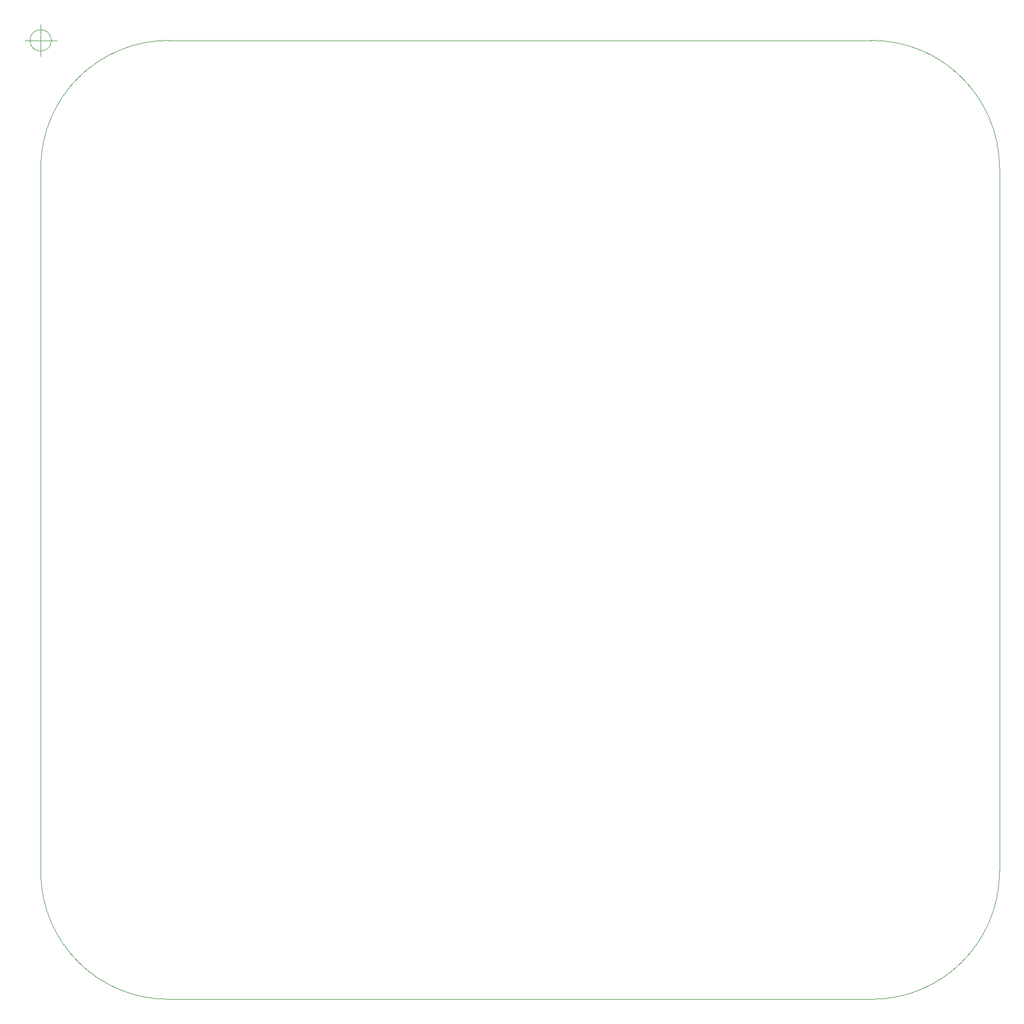
<source format=gbr>
%TF.GenerationSoftware,KiCad,Pcbnew,(6.0.8)*%
%TF.CreationDate,2022-11-03T12:51:22+01:00*%
%TF.ProjectId,BoardGame,426f6172-6447-4616-9d65-2e6b69636164,rev?*%
%TF.SameCoordinates,Original*%
%TF.FileFunction,Profile,NP*%
%FSLAX46Y46*%
G04 Gerber Fmt 4.6, Leading zero omitted, Abs format (unit mm)*
G04 Created by KiCad (PCBNEW (6.0.8)) date 2022-11-03 12:51:22*
%MOMM*%
%LPD*%
G01*
G04 APERTURE LIST*
%TA.AperFunction,Profile*%
%ADD10C,0.100000*%
%TD*%
G04 APERTURE END LIST*
D10*
X89000000Y-12000000D02*
G75*
G03*
X69000000Y-32000000I0J-20000000D01*
G01*
X219000000Y-32000000D02*
G75*
G03*
X199000000Y-12000000I-20000000J0D01*
G01*
X89000000Y-162000000D02*
X199000000Y-162000000D01*
X69000000Y-142000000D02*
G75*
G03*
X89000000Y-162000000I20000000J0D01*
G01*
X69000000Y-142000000D02*
X69000000Y-32000000D01*
X199000000Y-162000000D02*
G75*
G03*
X219000000Y-142000000I0J20000000D01*
G01*
X219000000Y-142000000D02*
X219000000Y-32000000D01*
X199000000Y-12000000D02*
X89000000Y-12000000D01*
X70666666Y-12000000D02*
G75*
G03*
X70666666Y-12000000I-1666666J0D01*
G01*
X66500000Y-12000000D02*
X71500000Y-12000000D01*
X69000000Y-9500000D02*
X69000000Y-14500000D01*
M02*

</source>
